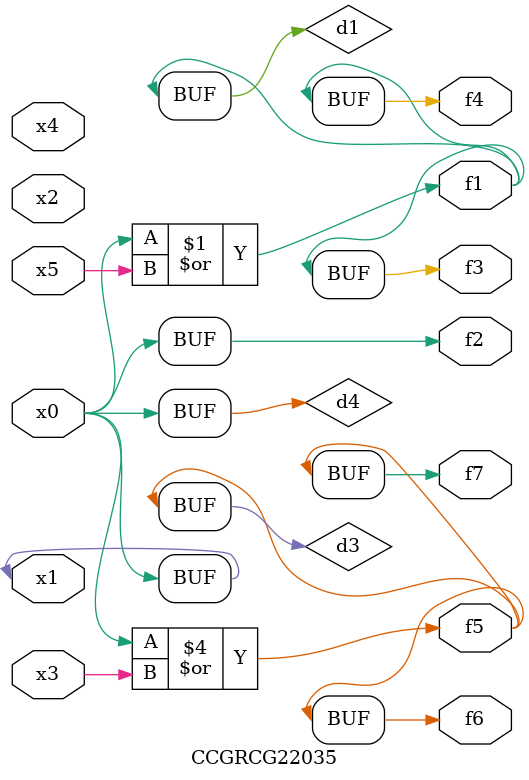
<source format=v>
module CCGRCG22035(
	input x0, x1, x2, x3, x4, x5,
	output f1, f2, f3, f4, f5, f6, f7
);

	wire d1, d2, d3, d4;

	or (d1, x0, x5);
	xnor (d2, x1, x4);
	or (d3, x0, x3);
	buf (d4, x0, x1);
	assign f1 = d1;
	assign f2 = d4;
	assign f3 = d1;
	assign f4 = d1;
	assign f5 = d3;
	assign f6 = d3;
	assign f7 = d3;
endmodule

</source>
